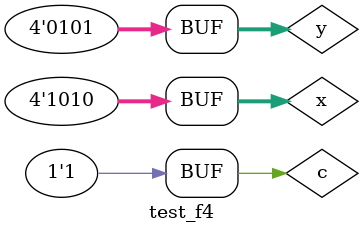
<source format=v>
module op1b (output s, input a, input b, input c); 
// --descrição
wire s1, s2;

and AND1 (s1, ~c, a);
and AND2 (s2, c, b);
or OR1 (s, s1, s2);

endmodule // op1b 
// ------------------------- 
// ------------------------- 
// optador4b 
// ------------------------- 
module op4b (output [3:0] s, input [3:0] a, input [3:0] b,input c); 
// --descrição

op1b OP1 (s[0], a[0], b[0], c);
op1b OP2 (s[1], a[1], b[1], c);
op1b OP3 (s[2], a[2], b[2], c);
op1b OP4 (s[3], a[3], b[3], c);

endmodule // op4b 

// ------------------------- 
module selI1b (output s, input a, input c); 

xor xor1 (s, a, c);
endmodule // selI1b 

// ------------------------- 
module selI4b (output [3:0] s, input [3:0] a, input c); 

xor XOR0 (s[0], a[0], c);
xor XOR1 (s[1], a[1], c);
xor XOR2 (s[2], a[2], c);
xor XOR3 (s[3], a[3], c);
endmodule // selI4b 

// ------------------------- 
// f4_gate 
// ------------------------- 
module f4 (output [3:0] s1,output [3:0] s2, input [3:0] a, input [3:0] b,input c); 

wire [3:0] fioAND, fioOR;

and AND1 (fioAND[0], a[0], b[0]);
and AND2 (fioAND[1], a[1], b[1]);
and AND3 (fioAND[2], a[2], b[2]);
and AND4 (fioAND[3], a[3], b[3]);

or OR1 (fioOR[0], a[0], b[0]);
or OR2 (fioOR[1], a[1], b[1]);
or OR3 (fioOR[2], a[2], b[2]);
or OR4 (fioOR[3], a[3], b[3]);

selI4b si1 (s1, fioAND, c);
selI4b si2 (s2, fioOR, c);

endmodule // f4 
// ------------------------- 
module test_f4; 
// ------------------------- definir dados 
reg [3:0] x; 
reg [3:0] y; 
reg c;
wire [3:0] z1, z2; 
f4 modulo (z1, z2, x, y, c); 
// ------------------------- parte principal 
initial begin 
$display("Exemplo0033 -  Jonatas Sena Ferreira - 427424"); 
$display("Test LU's module"); 
x = 4'b0011; y = 4'b0101; c=0;
// projetar testes do modulo 
#1 $monitor("%3b %3b option: %1b == %3b also %3b",x,y,c,z1,z2); 
#1 c=1;
#1 x = 4'b1010; y = 4'b1101; c=0;
#1 x = 4'b1010; y = 4'b1101; c=1;
#1 x = 4'b1111; y = 4'b1111; c=0;
#1 x = 4'b1111; y = 4'b1111; c=1;
#1 x = 4'b0100; y = 4'b0010; c=0;
#1 x = 4'b0000; y = 4'b1000; c=1;
#1 x = 4'b1011; y = 4'b0101; c=0;
#1 x = 4'b1010; y = 4'b0101; c=1;
end 
endmodule // test_f4 
</source>
